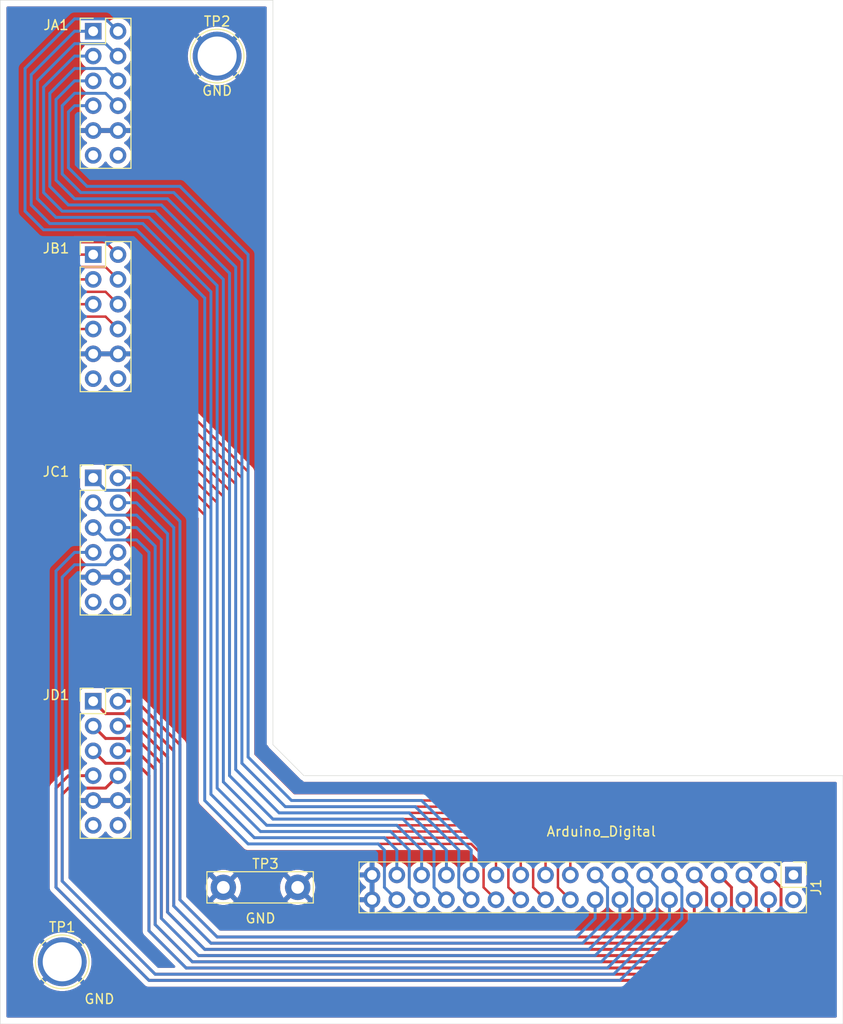
<source format=kicad_pcb>
(kicad_pcb (version 20240108) (generator "pcbnew") (generator_version "8.0")
  (layers (0 "F.Cu" signal) (31 "B.Cu" signal) (34 "B.Paste" user) (35 "F.Paste" user) (36 "B.SilkS" user "B.Silkscreen") (37 "F.SilkS" user "F.Silkscreen") (38 "B.Mask" user) (39 "F.Mask" user) (44 "Edge.Cuts" user))
  (net 0 "")
  (net 1 "GND")
  (net 4 "Net-(J1-Pin_14)")
  (net 5 "Net-(J1-Pin_19)")
  (net 6 "Net-(J1-Pin_6)")
  (net 7 "Net-(J1-Pin_20)")
  (net 9 "Net-(J1-Pin_10)")
  (net 10 "Net-(J1-Pin_3)")
  (net 11 "Net-(J1-Pin_13)")
  (net 12 "Net-(J1-Pin_4)")
  (net 13 "Net-(J1-Pin_5)")
  (net 14 "Net-(J1-Pin_26)")
  (net 15 "Net-(J1-Pin_28)")
  (net 16 "Net-(J1-Pin_30)")
  (net 17 "Net-(J1-Pin_32)")
  (net 18 "Net-(J1-Pin_17)")
  (net 19 "Net-(J1-Pin_9)")
  (net 20 "Net-(J1-Pin_12)")
  (net 21 "Net-(J1-Pin_18)")
  (net 22 "Net-(J1-Pin_25)")
  (net 23 "Net-(J1-Pin_21)")
  (net 24 "Net-(J1-Pin_22)")
  (net 25 "Net-(J1-Pin_15)")
  (net 26 "Net-(J1-Pin_29)")
  (net 27 "Net-(J1-Pin_8)")
  (net 28 "Net-(J1-Pin_33)")
  (net 29 "Net-(J1-Pin_16)")
  (net 30 "Net-(J1-Pin_23)")
  (net 31 "Net-(J1-Pin_11)")
  (net 32 "Net-(J1-Pin_7)")
  (net 33 "Net-(J1-Pin_27)")
  (net 34 "Net-(J1-Pin_24)")
  (net 36 "Net-(J1-Pin_34)")
  (net 37 "Net-(J1-Pin_31)")
  (footprint "TestPoint:TestPoint_Plated_Hole_D4.0mm" (layer "F.Cu") (at 114.3 53.34)
    (property "Reference" "TP2" (at 0 -3.548 0) (layer "F.SilkS"))
    (property "Value" "GND" (at 0 3.55 0) (layer "F.SilkS"))
    (fp_circle (center 0 0) (end 0 2.75) (stroke (width 0.12)) (fill none) (layer "F.SilkS"))
    (pad "1" thru_hole circle (at 0 0) (size 5 5) (drill 4) (layers "*.Cu" "*.Mask") (net 1 "GND"))
  )
  (footprint "Connector_PinHeader_2.54mm:PinHeader_2x06_P2.54mm_Vertical" (layer "F.Cu") (at 101.6 50.8)
    (property "Reference" "JA1" (at -3.81 -0.635 0) (layer "F.SilkS"))
    (property "Value" "A7_JA")
    (fp_line (start -1.33 -1.33) (end 0 -1.33) (stroke (width 0.12)) (layer "F.SilkS"))
    (fp_line (start -1.33 0) (end -1.33 -1.33) (stroke (width 0.12)) (layer "F.SilkS"))
    (fp_line (start -1.33 1.27) (end -1.33 14.03) (stroke (width 0.12)) (layer "F.SilkS"))
    (fp_line (start -1.33 1.27) (end 1.27 1.27) (stroke (width 0.12)) (layer "F.SilkS"))
    (fp_line (start -1.33 14.03) (end 3.87 14.03) (stroke (width 0.12)) (layer "F.SilkS"))
    (fp_line (start 1.27 -1.33) (end 3.87 -1.33) (stroke (width 0.12)) (layer "F.SilkS"))
    (fp_line (start 1.27 1.27) (end 1.27 -1.33) (stroke (width 0.12)) (layer "F.SilkS"))
    (fp_line (start 3.87 -1.33) (end 3.87 14.03) (stroke (width 0.12)) (layer "F.SilkS"))
    (pad "1" thru_hole rect (at 0 0) (size 1.7 1.7) (drill 1) (layers "*.Cu" "*.Mask") (net 28 "Net-(J1-Pin_33)"))
    (pad "2" thru_hole oval (at 2.54 0) (size 1.7 1.7) (drill 1) (layers "*.Cu" "*.Mask") (net 36 "Net-(J1-Pin_34)"))
    (pad "3" thru_hole oval (at 0 2.54) (size 1.7 1.7) (drill 1) (layers "*.Cu" "*.Mask") (net 37 "Net-(J1-Pin_31)"))
    (pad "4" thru_hole oval (at 2.54 2.54) (size 1.7 1.7) (drill 1) (layers "*.Cu" "*.Mask") (net 17 "Net-(J1-Pin_32)"))
    (pad "5" thru_hole oval (at 0 5.08) (size 1.7 1.7) (drill 1) (layers "*.Cu" "*.Mask") (net 26 "Net-(J1-Pin_29)"))
    (pad "6" thru_hole oval (at 2.54 5.08) (size 1.7 1.7) (drill 1) (layers "*.Cu" "*.Mask") (net 16 "Net-(J1-Pin_30)"))
    (pad "7" thru_hole oval (at 0 7.62) (size 1.7 1.7) (drill 1) (layers "*.Cu" "*.Mask") (net 33 "Net-(J1-Pin_27)"))
    (pad "8" thru_hole oval (at 2.54 7.62) (size 1.7 1.7) (drill 1) (layers "*.Cu" "*.Mask") (net 15 "Net-(J1-Pin_28)"))
    (pad "9" thru_hole oval (at 0 10.16) (size 1.7 1.7) (drill 1) (layers "*.Cu" "*.Mask") (net 1 "GND"))
    (pad "10" thru_hole oval (at 2.54 10.16) (size 1.7 1.7) (drill 1) (layers "*.Cu" "*.Mask") (net 1 "GND"))
    (pad "11" thru_hole oval (at 0 12.7) (size 1.7 1.7) (drill 1) (layers "*.Cu" "*.Mask"))
    (pad "12" thru_hole oval (at 2.54 12.7) (size 1.7 1.7) (drill 1) (layers "*.Cu" "*.Mask"))
  )
  (footprint "Connector_PinHeader_2.54mm:PinHeader_2x06_P2.54mm_Vertical" (layer "F.Cu") (at 101.6 96.52)
    (property "Reference" "JC1" (at -3.81 -0.635 0) (layer "F.SilkS"))
    (property "Value" "A7_JC")
    (fp_line (start -1.33 -1.33) (end 0 -1.33) (stroke (width 0.12)) (layer "F.SilkS"))
    (fp_line (start -1.33 0) (end -1.33 -1.33) (stroke (width 0.12)) (layer "F.SilkS"))
    (fp_line (start -1.33 1.27) (end -1.33 14.03) (stroke (width 0.12)) (layer "F.SilkS"))
    (fp_line (start -1.33 1.27) (end 1.27 1.27) (stroke (width 0.12)) (layer "F.SilkS"))
    (fp_line (start -1.33 14.03) (end 3.87 14.03) (stroke (width 0.12)) (layer "F.SilkS"))
    (fp_line (start 1.27 -1.33) (end 3.87 -1.33) (stroke (width 0.12)) (layer "F.SilkS"))
    (fp_line (start 1.27 1.27) (end 1.27 -1.33) (stroke (width 0.12)) (layer "F.SilkS"))
    (fp_line (start 3.87 -1.33) (end 3.87 14.03) (stroke (width 0.12)) (layer "F.SilkS"))
    (pad "1" thru_hole rect (at 0 0) (size 1.7 1.7) (drill 1) (layers "*.Cu" "*.Mask") (net 18 "Net-(J1-Pin_17)"))
    (pad "2" thru_hole oval (at 2.54 0) (size 1.7 1.7) (drill 1) (layers "*.Cu" "*.Mask") (net 21 "Net-(J1-Pin_18)"))
    (pad "3" thru_hole oval (at 0 2.54) (size 1.7 1.7) (drill 1) (layers "*.Cu" "*.Mask") (net 25 "Net-(J1-Pin_15)"))
    (pad "4" thru_hole oval (at 2.54 2.54) (size 1.7 1.7) (drill 1) (layers "*.Cu" "*.Mask") (net 29 "Net-(J1-Pin_16)"))
    (pad "5" thru_hole oval (at 0 5.08) (size 1.7 1.7) (drill 1) (layers "*.Cu" "*.Mask") (net 11 "Net-(J1-Pin_13)"))
    (pad "6" thru_hole oval (at 2.54 5.08) (size 1.7 1.7) (drill 1) (layers "*.Cu" "*.Mask") (net 4 "Net-(J1-Pin_14)"))
    (pad "7" thru_hole oval (at 0 7.62) (size 1.7 1.7) (drill 1) (layers "*.Cu" "*.Mask") (net 31 "Net-(J1-Pin_11)"))
    (pad "8" thru_hole oval (at 2.54 7.62) (size 1.7 1.7) (drill 1) (layers "*.Cu" "*.Mask") (net 20 "Net-(J1-Pin_12)"))
    (pad "9" thru_hole oval (at 0 10.16) (size 1.7 1.7) (drill 1) (layers "*.Cu" "*.Mask") (net 1 "GND"))
    (pad "10" thru_hole oval (at 2.54 10.16) (size 1.7 1.7) (drill 1) (layers "*.Cu" "*.Mask") (net 1 "GND"))
    (pad "11" thru_hole oval (at 0 12.7) (size 1.7 1.7) (drill 1) (layers "*.Cu" "*.Mask"))
    (pad "12" thru_hole oval (at 2.54 12.7) (size 1.7 1.7) (drill 1) (layers "*.Cu" "*.Mask"))
  )
  (footprint "Connector_PinHeader_2.54mm:PinHeader_2x06_P2.54mm_Vertical" (layer "F.Cu") (at 101.6 73.66)
    (property "Reference" "JB1" (at -3.81 -0.635 0) (layer "F.SilkS"))
    (property "Value" "A7_JB")
    (fp_line (start -1.33 -1.33) (end 0 -1.33) (stroke (width 0.12)) (layer "F.SilkS"))
    (fp_line (start -1.33 0) (end -1.33 -1.33) (stroke (width 0.12)) (layer "F.SilkS"))
    (fp_line (start -1.33 1.27) (end -1.33 14.03) (stroke (width 0.12)) (layer "F.SilkS"))
    (fp_line (start -1.33 1.27) (end 1.27 1.27) (stroke (width 0.12)) (layer "F.SilkS"))
    (fp_line (start -1.33 14.03) (end 3.87 14.03) (stroke (width 0.12)) (layer "F.SilkS"))
    (fp_line (start 1.27 -1.33) (end 3.87 -1.33) (stroke (width 0.12)) (layer "F.SilkS"))
    (fp_line (start 1.27 1.27) (end 1.27 -1.33) (stroke (width 0.12)) (layer "F.SilkS"))
    (fp_line (start 3.87 -1.33) (end 3.87 14.03) (stroke (width 0.12)) (layer "F.SilkS"))
    (pad "1" thru_hole rect (at 0 0) (size 1.7 1.7) (drill 1) (layers "*.Cu" "*.Mask") (net 22 "Net-(J1-Pin_25)"))
    (pad "2" thru_hole oval (at 2.54 0) (size 1.7 1.7) (drill 1) (layers "*.Cu" "*.Mask") (net 14 "Net-(J1-Pin_26)"))
    (pad "3" thru_hole oval (at 0 2.54) (size 1.7 1.7) (drill 1) (layers "*.Cu" "*.Mask") (net 30 "Net-(J1-Pin_23)"))
    (pad "4" thru_hole oval (at 2.54 2.54) (size 1.7 1.7) (drill 1) (layers "*.Cu" "*.Mask") (net 34 "Net-(J1-Pin_24)"))
    (pad "5" thru_hole oval (at 0 5.08) (size 1.7 1.7) (drill 1) (layers "*.Cu" "*.Mask") (net 23 "Net-(J1-Pin_21)"))
    (pad "6" thru_hole oval (at 2.54 5.08) (size 1.7 1.7) (drill 1) (layers "*.Cu" "*.Mask") (net 24 "Net-(J1-Pin_22)"))
    (pad "7" thru_hole oval (at 0 7.62) (size 1.7 1.7) (drill 1) (layers "*.Cu" "*.Mask") (net 5 "Net-(J1-Pin_19)"))
    (pad "8" thru_hole oval (at 2.54 7.62) (size 1.7 1.7) (drill 1) (layers "*.Cu" "*.Mask") (net 7 "Net-(J1-Pin_20)"))
    (pad "9" thru_hole oval (at 0 10.16) (size 1.7 1.7) (drill 1) (layers "*.Cu" "*.Mask") (net 1 "GND"))
    (pad "10" thru_hole oval (at 2.54 10.16) (size 1.7 1.7) (drill 1) (layers "*.Cu" "*.Mask") (net 1 "GND"))
    (pad "11" thru_hole oval (at 0 12.7) (size 1.7 1.7) (drill 1) (layers "*.Cu" "*.Mask"))
    (pad "12" thru_hole oval (at 2.54 12.7) (size 1.7 1.7) (drill 1) (layers "*.Cu" "*.Mask"))
  )
  (footprint "TestPoint:TestPoint_Plated_Hole_D4.0mm" (layer "F.Cu") (at 98.425 146.05)
    (property "Reference" "TP1" (at 0 -3.548 0) (layer "F.SilkS"))
    (property "Value" "GND" (at 3.81 3.81 0) (layer "F.SilkS"))
    (fp_circle (center 0 0) (end 0 2.75) (stroke (width 0.12)) (fill none) (layer "F.SilkS"))
    (pad "1" thru_hole circle (at 0 0) (size 5 5) (drill 4) (layers "*.Cu" "*.Mask") (net 1 "GND"))
  )
  (footprint "TestPoint:TestPoint_Bridge_Pitch7.62mm_Drill1.3mm" (layer "F.Cu") (at 122.555 138.43 180)
    (property "Reference" "TP3" (at 3.3 2.4 180) (layer "F.SilkS"))
    (property "Value" "GND" (at 3.81 -3.175 180) (layer "F.SilkS"))
    (fp_line (start 9.3 1.6) (end -1.6 1.6) (stroke (width 0.12)) (layer "F.SilkS"))
    (fp_line (start 9.3 -1.6) (end 9.3 1.6) (stroke (width 0.12)) (layer "F.SilkS"))
    (fp_line (start -1.6 1.6) (end -1.6 -1.6) (stroke (width 0.12)) (layer "F.SilkS"))
    (fp_line (start -1.6 -1.6) (end 9.3 -1.6) (stroke (width 0.12)) (layer "F.SilkS"))
    (pad "1" thru_hole circle (at 0 0 180) (size 2.6 2.6) (drill 1.3) (layers "*.Cu" "*.Mask") (net 1 "GND"))
    (pad "1" thru_hole circle (at 7.62 0 180) (size 2.6 2.6) (drill 1.3) (layers "*.Cu" "*.Mask") (net 1 "GND"))
  )
  (footprint "Connector_PinHeader_2.54mm:PinHeader_2x06_P2.54mm_Vertical" (layer "F.Cu") (at 101.6 119.38)
    (property "Reference" "JD1" (at -3.81 -0.635 0) (layer "F.SilkS"))
    (property "Value" "A7_JD")
    (fp_line (start -1.33 -1.33) (end 0 -1.33) (stroke (width 0.12)) (layer "F.SilkS"))
    (fp_line (start -1.33 0) (end -1.33 -1.33) (stroke (width 0.12)) (layer "F.SilkS"))
    (fp_line (start -1.33 1.27) (end -1.33 14.03) (stroke (width 0.12)) (layer "F.SilkS"))
    (fp_line (start -1.33 1.27) (end 1.27 1.27) (stroke (width 0.12)) (layer "F.SilkS"))
    (fp_line (start -1.33 14.03) (end 3.87 14.03) (stroke (width 0.12)) (layer "F.SilkS"))
    (fp_line (start 1.27 -1.33) (end 3.87 -1.33) (stroke (width 0.12)) (layer "F.SilkS"))
    (fp_line (start 1.27 1.27) (end 1.27 -1.33) (stroke (width 0.12)) (layer "F.SilkS"))
    (fp_line (start 3.87 -1.33) (end 3.87 14.03) (stroke (width 0.12)) (layer "F.SilkS"))
    (pad "1" thru_hole rect (at 0 0) (size 1.7 1.7) (drill 1) (layers "*.Cu" "*.Mask") (net 19 "Net-(J1-Pin_9)"))
    (pad "2" thru_hole oval (at 2.54 0) (size 1.7 1.7) (drill 1) (layers "*.Cu" "*.Mask") (net 9 "Net-(J1-Pin_10)"))
    (pad "3" thru_hole oval (at 0 2.54) (size 1.7 1.7) (drill 1) (layers "*.Cu" "*.Mask") (net 32 "Net-(J1-Pin_7)"))
    (pad "4" thru_hole oval (at 2.54 2.54) (size 1.7 1.7) (drill 1) (layers "*.Cu" "*.Mask") (net 27 "Net-(J1-Pin_8)"))
    (pad "5" thru_hole oval (at 0 5.08) (size 1.7 1.7) (drill 1) (layers "*.Cu" "*.Mask") (net 13 "Net-(J1-Pin_5)"))
    (pad "6" thru_hole oval (at 2.54 5.08) (size 1.7 1.7) (drill 1) (layers "*.Cu" "*.Mask") (net 6 "Net-(J1-Pin_6)"))
    (pad "7" thru_hole oval (at 0 7.62) (size 1.7 1.7) (drill 1) (layers "*.Cu" "*.Mask") (net 10 "Net-(J1-Pin_3)"))
    (pad "8" thru_hole oval (at 2.54 7.62) (size 1.7 1.7) (drill 1) (layers "*.Cu" "*.Mask") (net 12 "Net-(J1-Pin_4)"))
    (pad "9" thru_hole oval (at 0 10.16) (size 1.7 1.7) (drill 1) (layers "*.Cu" "*.Mask") (net 1 "GND"))
    (pad "10" thru_hole oval (at 2.54 10.16) (size 1.7 1.7) (drill 1) (layers "*.Cu" "*.Mask") (net 1 "GND"))
    (pad "11" thru_hole oval (at 0 12.7) (size 1.7 1.7) (drill 1) (layers "*.Cu" "*.Mask"))
    (pad "12" thru_hole oval (at 2.54 12.7) (size 1.7 1.7) (drill 1) (layers "*.Cu" "*.Mask"))
  )
  (footprint "Connector_PinHeader_2.54mm:PinHeader_2x18_P2.54mm_Vertical" (layer "F.Cu") (at 173.355 137.16 -90)
    (property "Reference" "J1" (at 1.27 -2.33 90) (layer "F.SilkS"))
    (property "Value" "Arduino_Digital" (at -4.445 19.685 180) (layer "F.SilkS"))
    (fp_line (start -1.33 44.51) (end 3.87 44.51) (stroke (width 0.12)) (layer "F.SilkS"))
    (fp_line (start -1.33 1.27) (end -1.33 44.51) (stroke (width 0.12)) (layer "F.SilkS"))
    (fp_line (start -1.33 1.27) (end 1.27 1.27) (stroke (width 0.12)) (layer "F.SilkS"))
    (fp_line (start 1.27 1.27) (end 1.27 -1.33) (stroke (width 0.12)) (layer "F.SilkS"))
    (fp_line (start -1.33 0) (end -1.33 -1.33) (stroke (width 0.12)) (layer "F.SilkS"))
    (fp_line (start -1.33 -1.33) (end 0 -1.33) (stroke (width 0.12)) (layer "F.SilkS"))
    (fp_line (start 1.27 -1.33) (end 3.87 -1.33) (stroke (width 0.12)) (layer "F.SilkS"))
    (fp_line (start 3.87 -1.33) (end 3.87 44.51) (stroke (width 0.12)) (layer "F.SilkS"))
    (pad "1" thru_hole rect (at 0 0 270) (size 1.7 1.7) (drill 1) (layers "*.Cu" "*.Mask"))
    (pad "2" thru_hole oval (at 2.54 0 270) (size 1.7 1.7) (drill 1) (layers "*.Cu" "*.Mask"))
    (pad "3" thru_hole oval (at 0 2.54 270) (size 1.7 1.7) (drill 1) (layers "*.Cu" "*.Mask") (net 10 "Net-(J1-Pin_3)"))
    (pad "4" thru_hole oval (at 2.54 2.54 270) (size 1.7 1.7) (drill 1) (layers "*.Cu" "*.Mask") (net 12 "Net-(J1-Pin_4)"))
    (pad "5" thru_hole oval (at 0 5.08 270) (size 1.7 1.7) (drill 1) (layers "*.Cu" "*.Mask") (net 13 "Net-(J1-Pin_5)"))
    (pad "6" thru_hole oval (at 2.54 5.08 270) (size 1.7 1.7) (drill 1) (layers "*.Cu" "*.Mask") (net 6 "Net-(J1-Pin_6)"))
    (pad "7" thru_hole oval (at 0 7.62 270) (size 1.7 1.7) (drill 1) (layers "*.Cu" "*.Mask") (net 32 "Net-(J1-Pin_7)"))
    (pad "8" thru_hole oval (at 2.54 7.62 270) (size 1.7 1.7) (drill 1) (layers "*.Cu" "*.Mask") (net 27 "Net-(J1-Pin_8)"))
    (pad "9" thru_hole oval (at 0 10.16 270) (size 1.7 1.7) (drill 1) (layers "*.Cu" "*.Mask") (net 19 "Net-(J1-Pin_9)"))
    (pad "10" thru_hole oval (at 2.54 10.16 270) (size 1.7 1.7) (drill 1) (layers "*.Cu" "*.Mask") (net 9 "Net-(J1-Pin_10)"))
    (pad "11" thru_hole oval (at 0 12.7 270) (size 1.7 1.7) (drill 1) (layers "*.Cu" "*.Mask") (net 31 "Net-(J1-Pin_11)"))
    (pad "12" thru_hole oval (at 2.54 12.7 270) (size 1.7 1.7) (drill 1) (layers "*.Cu" "*.Mask") (net 20 "Net-(J1-Pin_12)"))
    (pad "13" thru_hole oval (at 0 15.24 270) (size 1.7 1.7) (drill 1) (layers "*.Cu" "*.Mask") (net 11 "Net-(J1-Pin_13)"))
    (pad "14" thru_hole oval (at 2.54 15.24 270) (size 1.7 1.7) (drill 1) (layers "*.Cu" "*.Mask") (net 4 "Net-(J1-Pin_14)"))
    (pad "15" thru_hole oval (at 0 17.78 270) (size 1.7 1.7) (drill 1) (layers "*.Cu" "*.Mask") (net 25 "Net-(J1-Pin_15)"))
    (pad "16" thru_hole oval (at 2.54 17.78 270) (size 1.7 1.7) (drill 1) (layers "*.Cu" "*.Mask") (net 29 "Net-(J1-Pin_16)"))
    (pad "17" thru_hole oval (at 0 20.32 270) (size 1.7 1.7) (drill 1) (layers "*.Cu" "*.Mask") (net 18 "Net-(J1-Pin_17)"))
    (pad "18" thru_hole oval (at 2.54 20.32 270) (size 1.7 1.7) (drill 1) (layers "*.Cu" "*.Mask") (net 21 "Net-(J1-Pin_18)"))
    (pad "19" thru_hole oval (at 0 22.86 270) (size 1.7 1.7) (drill 1) (layers "*.Cu" "*.Mask") (net 5 "Net-(J1-Pin_19)"))
    (pad "20" thru_hole oval (at 2.54 22.86 270) (size 1.7 1.7) (drill 1) (layers "*.Cu" "*.Mask") (net 7 "Net-(J1-Pin_20)"))
    (pad "21" thru_hole oval (at 0 25.4 270) (size 1.7 1.7) (drill 1) (layers "*.Cu" "*.Mask") (net 23 "Net-(J1-Pin_21)"))
    (pad "22" thru_hole oval (at 2.54 25.4 270) (size 1.7 1.7) (drill 1) (layers "*.Cu" "*.Mask") (net 24 "Net-(J1-Pin_22)"))
    (pad "23" thru_hole oval (at 0 27.94 270) (size 1.7 1.7) (drill 1) (layers "*.Cu" "*.Mask") (net 30 "Net-(J1-Pin_23)"))
    (pad "24" thru_hole oval (at 2.54 27.94 270) (size 1.7 1.7) (drill 1) (layers "*.Cu" "*.Mask") (net 34 "Net-(J1-Pin_24)"))
    (pad "25" thru_hole oval (at 0 30.48 270) (size 1.7 1.7) (drill 1) (layers "*.Cu" "*.Mask") (net 22 "Net-(J1-Pin_25)"))
    (pad "26" thru_hole oval (at 2.54 30.48 270) (size 1.7 1.7) (drill 1) (layers "*.Cu" "*.Mask") (net 14 "Net-(J1-Pin_26)"))
    (pad "27" thru_hole oval (at 0 33.02 270) (size 1.7 1.7) (drill 1) (layers "*.Cu" "*.Mask") (net 33 "Net-(J1-Pin_27)"))
    (pad "28" thru_hole oval (at 2.54 33.02 270) (size 1.7 1.7) (drill 1) (layers "*.Cu" "*.Mask") (net 15 "Net-(J1-Pin_28)"))
    (pad "29" thru_hole oval (at 0 35.56 270) (size 1.7 1.7) (drill 1) (layers "*.Cu" "*.Mask") (net 26 "Net-(J1-Pin_29)"))
    (pad "30" thru_hole oval (at 2.54 35.56 270) (size 1.7 1.7) (drill 1) (layers "*.Cu" "*.Mask") (net 16 "Net-(J1-Pin_30)"))
    (pad "31" thru_hole oval (at 0 38.1 270) (size 1.7 1.7) (drill 1) (layers "*.Cu" "*.Mask") (net 37 "Net-(J1-Pin_31)"))
    (pad "32" thru_hole oval (at 2.54 38.1 270) (size 1.7 1.7) (drill 1) (layers "*.Cu" "*.Mask") (net 17 "Net-(J1-Pin_32)"))
    (pad "33" thru_hole oval (at 0 40.64 270) (size 1.7 1.7) (drill 1) (layers "*.Cu" "*.Mask") (net 28 "Net-(J1-Pin_33)"))
    (pad "34" thru_hole oval (at 2.54 40.64 270) (size 1.7 1.7) (drill 1) (layers "*.Cu" "*.Mask") (net 36 "Net-(J1-Pin_34)"))
    (pad "35" thru_hole oval (at 0 43.18 270) (size 1.7 1.7) (drill 1) (layers "*.Cu" "*.Mask") (net 1 "GND"))
    (pad "36" thru_hole oval (at 2.54 43.18 270) (size 1.7 1.7) (drill 1) (layers "*.Cu" "*.Mask") (net 1 "GND"))
  )
  (gr_line (start 92.075 47.625) (end 92.075 152.4) (stroke (width 0.05)) (layer "Edge.Cuts"))
  (gr_line (start 178.435 152.4) (end 178.435 127) (stroke (width 0.05)) (layer "Edge.Cuts"))
  (gr_line (start 123.19 127) (end 120.015 123.825) (stroke (width 0.05)) (layer "Edge.Cuts"))
  (gr_line (start 120.015 123.825) (end 120.015 47.625) (stroke (width 0.05)) (layer "Edge.Cuts"))
  (gr_line (start 92.075 152.4) (end 178.435 152.4) (stroke (width 0.05)) (layer "Edge.Cuts"))
  (gr_line (start 120.015 47.625) (end 92.075 47.625) (stroke (width 0.05)) (layer "Edge.Cuts"))
  (gr_line (start 178.435 127) (end 123.19 127) (stroke (width 0.05)) (layer "Edge.Cuts"))
  (segment (start 158.115 139.7) (end 158.115 141.605) (width 0.3) (layer "B.Cu") (net 4))
  (segment (start 153.67 146.05) (end 111.76 146.05) (width 0.3) (layer "B.Cu") (net 4))
  (segment (start 111.76 146.05) (end 107.95 142.24) (width 0.3) (layer "B.Cu") (net 4))
  (segment (start 107.95 103.505) (end 106.045 101.6) (width 0.3) (layer "B.Cu") (net 4))
  (segment (start 158.115 141.605) (end 153.67 146.05) (width 0.3) (layer "B.Cu") (net 4))
  (segment (start 107.95 142.24) (end 107.95 103.505) (width 0.3) (layer "B.Cu") (net 4))
  (segment (start 106.045 101.6) (end 104.14 101.6) (width 0.3) (layer "B.Cu") (net 4))
  (segment (start 99.06 81.915) (end 99.06 86.995) (width 0.25) (layer "F.Cu") (net 5))
  (segment (start 101.6 89.535) (end 111.125 89.535) (width 0.25) (layer "F.Cu") (net 5))
  (segment (start 117.475 95.885) (end 117.475 125.095) (width 0.25) (layer "F.Cu") (net 5))
  (segment (start 101.6 81.28) (end 99.695 81.28) (width 0.25) (layer "F.Cu") (net 5))
  (segment (start 99.695 81.28) (end 99.06 81.915) (width 0.25) (layer "F.Cu") (net 5))
  (segment (start 121.92 129.54) (end 144.78 129.54) (width 0.25) (layer "F.Cu") (net 5))
  (segment (start 111.125 89.535) (end 117.475 95.885) (width 0.25) (layer "F.Cu") (net 5))
  (segment (start 117.475 125.095) (end 121.92 129.54) (width 0.25) (layer "F.Cu") (net 5))
  (segment (start 144.78 129.54) (end 150.495 135.255) (width 0.25) (layer "F.Cu") (net 5))
  (segment (start 150.495 135.255) (end 150.495 137.16) (width 0.25) (layer "F.Cu") (net 5))
  (segment (start 99.06 86.995) (end 101.6 89.535) (width 0.25) (layer "F.Cu") (net 5))
  (segment (start 164.465 146.05) (end 111.76 146.05) (width 0.3) (layer "F.Cu") (net 6))
  (segment (start 111.76 146.05) (end 107.95 142.24) (width 0.3) (layer "F.Cu") (net 6))
  (segment (start 106.045 124.46) (end 104.14 124.46) (width 0.3) (layer "F.Cu") (net 6))
  (segment (start 168.275 139.7) (end 168.275 142.24) (width 0.3) (layer "F.Cu") (net 6))
  (segment (start 107.95 126.365) (end 106.045 124.46) (width 0.3) (layer "F.Cu") (net 6))
  (segment (start 168.275 142.24) (end 164.465 146.05) (width 0.3) (layer "F.Cu") (net 6))
  (segment (start 107.95 142.24) (end 107.95 126.365) (width 0.3) (layer "F.Cu") (net 6))
  (segment (start 110.49 90.17) (end 116.84 96.52) (width 0.25) (layer "F.Cu") (net 7))
  (segment (start 149.225 135.255) (end 149.225 138.43) (width 0.25) (layer "F.Cu") (net 7))
  (segment (start 98.425 81.28) (end 98.425 87.63) (width 0.25) (layer "F.Cu") (net 7))
  (segment (start 121.285 130.175) (end 144.145 130.175) (width 0.25) (layer "F.Cu") (net 7))
  (segment (start 149.225 138.43) (end 150.495 139.7) (width 0.25) (layer "F.Cu") (net 7))
  (segment (start 104.14 81.28) (end 102.87 80.01) (width 0.25) (layer "F.Cu") (net 7))
  (segment (start 102.87 80.01) (end 99.695 80.01) (width 0.25) (layer "F.Cu") (net 7))
  (segment (start 98.425 87.63) (end 100.965 90.17) (width 0.25) (layer "F.Cu") (net 7))
  (segment (start 116.84 96.52) (end 116.84 125.73) (width 0.25) (layer "F.Cu") (net 7))
  (segment (start 100.965 90.17) (end 110.49 90.17) (width 0.25) (layer "F.Cu") (net 7))
  (segment (start 116.84 125.73) (end 121.285 130.175) (width 0.25) (layer "F.Cu") (net 7))
  (segment (start 99.695 80.01) (end 98.425 81.28) (width 0.25) (layer "F.Cu") (net 7))
  (segment (start 144.145 130.175) (end 149.225 135.255) (width 0.25) (layer "F.Cu") (net 7))
  (segment (start 163.195 139.7) (end 163.195 142.24) (width 0.3) (layer "F.Cu") (net 9))
  (segment (start 163.195 142.24) (end 161.925 143.51) (width 0.3) (layer "F.Cu") (net 9))
  (segment (start 110.49 139.7) (end 110.49 123.825) (width 0.3) (layer "F.Cu") (net 9))
  (segment (start 110.49 123.825) (end 106.045 119.38) (width 0.3) (layer "F.Cu") (net 9))
  (segment (start 106.045 119.38) (end 104.14 119.38) (width 0.3) (layer "F.Cu") (net 9))
  (segment (start 161.925 143.51) (end 114.3 143.51) (width 0.3) (layer "F.Cu") (net 9))
  (segment (start 114.3 143.51) (end 110.49 139.7) (width 0.3) (layer "F.Cu") (net 9))
  (segment (start 172.085 138.43) (end 170.815 137.16) (width 0.3) (layer "F.Cu") (net 10))
  (segment (start 101.6 127) (end 99.06 127) (width 0.3) (layer "F.Cu") (net 10))
  (segment (start 172.085 142.24) (end 172.085 138.43) (width 0.3) (layer "F.Cu") (net 10))
  (segment (start 97.79 138.43) (end 107.315 147.955) (width 0.3) (layer "F.Cu") (net 10))
  (segment (start 166.37 147.955) (end 172.085 142.24) (width 0.3) (layer "F.Cu") (net 10))
  (segment (start 107.315 147.955) (end 166.37 147.955) (width 0.3) (layer "F.Cu") (net 10))
  (segment (start 99.06 127) (end 97.79 128.27) (width 0.3) (layer "F.Cu") (net 10))
  (segment (start 97.79 128.27) (end 97.79 138.43) (width 0.3) (layer "F.Cu") (net 10))
  (segment (start 159.385 141.605) (end 154.305 146.685) (width 0.3) (layer "B.Cu") (net 11))
  (segment (start 102.87 102.87) (end 101.6 101.6) (width 0.3) (layer "B.Cu") (net 11))
  (segment (start 107.315 104.14) (end 106.045 102.87) (width 0.3) (layer "B.Cu") (net 11))
  (segment (start 158.115 137.16) (end 159.385 138.43) (width 0.3) (layer "B.Cu") (net 11))
  (segment (start 107.315 142.875) (end 107.315 104.14) (width 0.3) (layer "B.Cu") (net 11))
  (segment (start 106.045 102.87) (end 102.87 102.87) (width 0.3) (layer "B.Cu") (net 11))
  (segment (start 111.125 146.685) (end 107.315 142.875) (width 0.3) (layer "B.Cu") (net 11))
  (segment (start 154.305 146.685) (end 111.125 146.685) (width 0.3) (layer "B.Cu") (net 11))
  (segment (start 159.385 138.43) (end 159.385 141.605) (width 0.3) (layer "B.Cu") (net 11))
  (segment (start 98.425 128.905) (end 98.425 137.795) (width 0.3) (layer "F.Cu") (net 12))
  (segment (start 165.735 147.32) (end 170.815 142.24) (width 0.3) (layer "F.Cu") (net 12))
  (segment (start 104.14 127) (end 102.87 128.27) (width 0.3) (layer "F.Cu") (net 12))
  (segment (start 107.95 147.32) (end 165.735 147.32) (width 0.3) (layer "F.Cu") (net 12))
  (segment (start 99.06 128.27) (end 98.425 128.905) (width 0.3) (layer "F.Cu") (net 12))
  (segment (start 102.87 128.27) (end 99.06 128.27) (width 0.3) (layer "F.Cu") (net 12))
  (segment (start 98.425 137.795) (end 107.95 147.32) (width 0.3) (layer "F.Cu") (net 12))
  (segment (start 170.815 142.24) (end 170.815 139.7) (width 0.3) (layer "F.Cu") (net 12))
  (segment (start 102.87 125.73) (end 101.6 124.46) (width 0.3) (layer "F.Cu") (net 13))
  (segment (start 107.315 142.875) (end 107.315 127) (width 0.3) (layer "F.Cu") (net 13))
  (segment (start 165.1 146.685) (end 111.125 146.685) (width 0.3) (layer "F.Cu") (net 13))
  (segment (start 168.275 137.16) (end 169.545 138.43) (width 0.3) (layer "F.Cu") (net 13))
  (segment (start 169.545 142.24) (end 165.1 146.685) (width 0.3) (layer "F.Cu") (net 13))
  (segment (start 169.545 138.43) (end 169.545 142.24) (width 0.3) (layer "F.Cu") (net 13))
  (segment (start 106.045 125.73) (end 102.87 125.73) (width 0.3) (layer "F.Cu") (net 13))
  (segment (start 111.125 146.685) (end 107.315 142.875) (width 0.3) (layer "F.Cu") (net 13))
  (segment (start 107.315 127) (end 106.045 125.73) (width 0.3) (layer "F.Cu") (net 13))
  (segment (start 102.87 72.39) (end 99.695 72.39) (width 0.25) (layer "F.Cu") (net 14))
  (segment (start 113.03 100.33) (end 113.03 129.54) (width 0.25) (layer "F.Cu") (net 14))
  (segment (start 94.615 77.47) (end 94.615 91.44) (width 0.25) (layer "F.Cu") (net 14))
  (segment (start 99.695 72.39) (end 94.615 77.47) (width 0.25) (layer "F.Cu") (net 14))
  (segment (start 106.68 93.98) (end 113.03 100.33) (width 0.25) (layer "F.Cu") (net 14))
  (segment (start 94.615 91.44) (end 97.155 93.98) (width 0.25) (layer "F.Cu") (net 14))
  (segment (start 117.475 133.985) (end 140.335 133.985) (width 0.25) (layer "F.Cu") (net 14))
  (segment (start 141.605 138.43) (end 142.875 139.7) (width 0.25) (layer "F.Cu") (net 14))
  (segment (start 141.605 135.255) (end 141.605 138.43) (width 0.25) (layer "F.Cu") (net 14))
  (segment (start 97.155 93.98) (end 106.68 93.98) (width 0.25) (layer "F.Cu") (net 14))
  (segment (start 140.335 133.985) (end 141.605 135.255) (width 0.25) (layer "F.Cu") (net 14))
  (segment (start 104.14 73.66) (end 102.87 72.39) (width 0.25) (layer "F.Cu") (net 14))
  (segment (start 113.03 129.54) (end 117.475 133.985) (width 0.25) (layer "F.Cu") (net 14))
  (segment (start 121.285 130.175) (end 134.62 130.175) (width 0.3) (layer "B.Cu") (net 15))
  (segment (start 100.33 67.31) (end 109.855 67.31) (width 0.3) (layer "B.Cu") (net 15))
  (segment (start 139.065 134.62) (end 139.065 138.43) (width 0.3) (layer "B.Cu") (net 15))
  (segment (start 98.425 58.42) (end 98.425 65.405) (width 0.3) (layer "B.Cu") (net 15))
  (segment (start 102.87 57.15) (end 99.695 57.15) (width 0.3) (layer "B.Cu") (net 15))
  (segment (start 104.14 58.42) (end 102.87 57.15) (width 0.3) (layer "B.Cu") (net 15))
  (segment (start 139.065 138.43) (end 140.335 139.7) (width 0.3) (layer "B.Cu") (net 15))
  (segment (start 98.425 65.405) (end 100.33 67.31) (width 0.3) (layer "B.Cu") (net 15))
  (segment (start 99.695 57.15) (end 98.425 58.42) (width 0.3) (layer "B.Cu") (net 15))
  (segment (start 134.62 130.175) (end 139.065 134.62) (width 0.3) (layer "B.Cu") (net 15))
  (segment (start 116.84 74.295) (end 116.84 125.73) (width 0.3) (layer "B.Cu") (net 15))
  (segment (start 116.84 125.73) (end 121.285 130.175) (width 0.3) (layer "B.Cu") (net 15))
  (segment (start 109.855 67.31) (end 116.84 74.295) (width 0.3) (layer "B.Cu") (net 15))
  (segment (start 108.585 68.58) (end 115.57 75.565) (width 0.3) (layer "B.Cu") (net 16))
  (segment (start 115.57 127) (end 120.015 131.445) (width 0.3) (layer "B.Cu") (net 16))
  (segment (start 102.87 54.61) (end 99.695 54.61) (width 0.3) (layer "B.Cu") (net 16))
  (segment (start 120.015 131.445) (end 133.35 131.445) (width 0.3) (layer "B.Cu") (net 16))
  (segment (start 99.06 68.58) (end 108.585 68.58) (width 0.3) (layer "B.Cu") (net 16))
  (segment (start 136.525 138.43) (end 137.795 139.7) (width 0.3) (layer "B.Cu") (net 16))
  (segment (start 133.35 131.445) (end 136.525 134.62) (width 0.3) (layer "B.Cu") (net 16))
  (segment (start 136.525 134.62) (end 136.525 138.43) (width 0.3) (layer "B.Cu") (net 16))
  (segment (start 97.155 66.675) (end 99.06 68.58) (width 0.3) (layer "B.Cu") (net 16))
  (segment (start 104.14 55.88) (end 102.87 54.61) (width 0.3) (layer "B.Cu") (net 16))
  (segment (start 115.57 75.565) (end 115.57 127) (width 0.3) (layer "B.Cu") (net 16))
  (segment (start 99.695 54.61) (end 97.155 57.15) (width 0.3) (layer "B.Cu") (net 16))
  (segment (start 97.155 57.15) (end 97.155 66.675) (width 0.3) (layer "B.Cu") (net 16))
  (segment (start 114.3 128.27) (end 118.745 132.715) (width 0.3) (layer "B.Cu") (net 17))
  (segment (start 114.3 76.835) (end 114.3 128.27) (width 0.3) (layer "B.Cu") (net 17))
  (segment (start 99.695 52.07) (end 95.885 55.88) (width 0.3) (layer "B.Cu") (net 17))
  (segment (start 95.885 67.945) (end 97.79 69.85) (width 0.3) (layer "B.Cu") (net 17))
  (segment (start 133.985 134.62) (end 133.985 138.43) (width 0.3) (layer "B.Cu") (net 17))
  (segment (start 97.79 69.85) (end 107.315 69.85) (width 0.3) (layer "B.Cu") (net 17))
  (segment (start 95.885 55.88) (end 95.885 67.945) (width 0.3) (layer "B.Cu") (net 17))
  (segment (start 118.745 132.715) (end 132.08 132.715) (width 0.3) (layer "B.Cu") (net 17))
  (segment (start 107.315 69.85) (end 114.3 76.835) (width 0.3) (layer "B.Cu") (net 17))
  (segment (start 102.87 52.07) (end 99.695 52.07) (width 0.3) (layer "B.Cu") (net 17))
  (segment (start 133.985 138.43) (end 135.255 139.7) (width 0.3) (layer "B.Cu") (net 17))
  (segment (start 132.08 132.715) (end 133.985 134.62) (width 0.3) (layer "B.Cu") (net 17))
  (segment (start 104.14 53.34) (end 102.87 52.07) (width 0.3) (layer "B.Cu") (net 17))
  (segment (start 153.035 137.16) (end 154.305 138.43) (width 0.3) (layer "B.Cu") (net 18))
  (segment (start 154.305 141.605) (end 151.765 144.145) (width 0.3) (layer "B.Cu") (net 18))
  (segment (start 102.87 97.79) (end 101.6 96.52) (width 0.3) (layer "B.Cu") (net 18))
  (segment (start 151.765 144.145) (end 113.665 144.145) (width 0.3) (layer "B.Cu") (net 18))
  (segment (start 106.045 97.79) (end 102.87 97.79) (width 0.3) (layer "B.Cu") (net 18))
  (segment (start 154.305 138.43) (end 154.305 141.605) (width 0.3) (layer "B.Cu") (net 18))
  (segment (start 109.855 101.6) (end 106.045 97.79) (width 0.3) (layer "B.Cu") (net 18))
  (segment (start 109.855 140.335) (end 109.855 101.6) (width 0.3) (layer "B.Cu") (net 18))
  (segment (start 113.665 144.145) (end 109.855 140.335) (width 0.3) (layer "B.Cu") (net 18))
  (segment (start 163.195 137.16) (end 164.465 138.43) (width 0.3) (layer "F.Cu") (net 19))
  (segment (start 113.665 144.145) (end 109.855 140.335) (width 0.3) (layer "F.Cu") (net 19))
  (segment (start 164.465 138.43) (end 164.465 142.24) (width 0.3) (layer "F.Cu") (net 19))
  (segment (start 109.855 124.46) (end 106.045 120.65) (width 0.3) (layer "F.Cu") (net 19))
  (segment (start 106.045 120.65) (end 102.87 120.65) (width 0.3) (layer "F.Cu") (net 19))
  (segment (start 162.56 144.145) (end 113.665 144.145) (width 0.3) (layer "F.Cu") (net 19))
  (segment (start 164.465 142.24) (end 162.56 144.145) (width 0.3) (layer "F.Cu") (net 19))
  (segment (start 102.87 120.65) (end 101.6 119.38) (width 0.3) (layer "F.Cu") (net 19))
  (segment (start 109.855 140.335) (end 109.855 124.46) (width 0.3) (layer "F.Cu") (net 19))
  (segment (start 160.655 141.605) (end 160.655 139.7) (width 0.3) (layer "B.Cu") (net 20))
  (segment (start 104.14 104.14) (end 102.87 105.41) (width 0.3) (layer "B.Cu") (net 20))
  (segment (start 107.95 147.32) (end 154.94 147.32) (width 0.3) (layer "B.Cu") (net 20))
  (segment (start 99.695 105.41) (end 98.425 106.68) (width 0.3) (layer "B.Cu") (net 20))
  (segment (start 102.87 105.41) (end 99.695 105.41) (width 0.3) (layer "B.Cu") (net 20))
  (segment (start 98.425 106.68) (end 98.425 137.795) (width 0.3) (layer "B.Cu") (net 20))
  (segment (start 98.425 137.795) (end 107.95 147.32) (width 0.3) (layer "B.Cu") (net 20))
  (segment (start 154.94 147.32) (end 160.655 141.605) (width 0.3) (layer "B.Cu") (net 20))
  (segment (start 106.045 96.52) (end 104.14 96.52) (width 0.3) (layer "B.Cu") (net 21))
  (segment (start 110.49 100.965) (end 106.045 96.52) (width 0.3) (layer "B.Cu") (net 21))
  (segment (start 151.13 143.51) (end 114.3 143.51) (width 0.3) (layer "B.Cu") (net 21))
  (segment (start 110.49 139.7) (end 110.49 100.965) (width 0.3) (layer "B.Cu") (net 21))
  (segment (start 114.3 143.51) (end 110.49 139.7) (width 0.3) (layer "B.Cu") (net 21))
  (segment (start 153.035 141.605) (end 151.13 143.51) (width 0.3) (layer "B.Cu") (net 21))
  (segment (start 153.035 139.7) (end 153.035 141.605) (width 0.3) (layer "B.Cu") (net 21))
  (segment (start 118.11 133.35) (end 113.665 128.905) (width 0.25) (layer "F.Cu") (net 22))
  (segment (start 142.875 137.16) (end 142.875 135.255) (width 0.25) (layer "F.Cu") (net 22))
  (segment (start 107.315 93.345) (end 97.79 93.345) (width 0.25) (layer "F.Cu") (net 22))
  (segment (start 142.875 135.255) (end 140.97 133.35) (width 0.25) (layer "F.Cu") (net 22))
  (segment (start 95.25 78.105) (end 99.695 73.66) (width 0.25) (layer "F.Cu") (net 22))
  (segment (start 140.97 133.35) (end 118.11 133.35) (width 0.25) (layer "F.Cu") (net 22))
  (segment (start 99.695 73.66) (end 101.6 73.66) (width 0.25) (layer "F.Cu") (net 22))
  (segment (start 97.79 93.345) (end 95.25 90.805) (width 0.25) (layer "F.Cu") (net 22))
  (segment (start 95.25 90.805) (end 95.25 78.105) (width 0.25) (layer "F.Cu") (net 22))
  (segment (start 113.665 128.905) (end 113.665 99.695) (width 0.25) (layer "F.Cu") (net 22))
  (segment (start 113.665 99.695) (end 107.315 93.345) (width 0.25) (layer "F.Cu") (net 22))
  (segment (start 109.855 90.805) (end 116.205 97.155) (width 0.25) (layer "F.Cu") (net 23))
  (segment (start 116.205 97.155) (end 116.205 126.365) (width 0.25) (layer "F.Cu") (net 23))
  (segment (start 120.65 130.81) (end 143.51 130.81) (width 0.25) (layer "F.Cu") (net 23))
  (segment (start 100.33 90.805) (end 109.855 90.805) (width 0.25) (layer "F.Cu") (net 23))
  (segment (start 99.695 78.74) (end 97.79 80.645) (width 0.25) (layer "F.Cu") (net 23))
  (segment (start 147.955 135.255) (end 147.955 137.16) (width 0.25) (layer "F.Cu") (net 23))
  (segment (start 101.6 78.74) (end 99.695 78.74) (width 0.25) (layer "F.Cu") (net 23))
  (segment (start 143.51 130.81) (end 147.955 135.255) (width 0.25) (layer "F.Cu") (net 23))
  (segment (start 97.79 80.645) (end 97.79 88.265) (width 0.25) (layer "F.Cu") (net 23))
  (segment (start 116.205 126.365) (end 120.65 130.81) (width 0.25) (layer "F.Cu") (net 23))
  (segment (start 97.79 88.265) (end 100.33 90.805) (width 0.25) (layer "F.Cu") (net 23))
  (segment (start 146.685 135.255) (end 146.685 138.43) (width 0.25) (layer "F.Cu") (net 24))
  (segment (start 146.685 138.43) (end 147.955 139.7) (width 0.25) (layer "F.Cu") (net 24))
  (segment (start 142.875 131.445) (end 146.685 135.255) (width 0.25) (layer "F.Cu") (net 24))
  (segment (start 104.14 78.74) (end 102.87 77.47) (width 0.25) (layer "F.Cu") (net 24))
  (segment (start 97.155 80.01) (end 97.155 88.9) (width 0.25) (layer "F.Cu") (net 24))
  (segment (start 115.57 127) (end 120.015 131.445) (width 0.25) (layer "F.Cu") (net 24))
  (segment (start 109.22 91.44) (end 115.57 97.79) (width 0.25) (layer "F.Cu") (net 24))
  (segment (start 115.57 97.79) (end 115.57 127) (width 0.25) (layer "F.Cu") (net 24))
  (segment (start 99.695 91.44) (end 109.22 91.44) (width 0.25) (layer "F.Cu") (net 24))
  (segment (start 102.87 77.47) (end 99.695 77.47) (width 0.25) (layer "F.Cu") (net 24))
  (segment (start 120.015 131.445) (end 142.875 131.445) (width 0.25) (layer "F.Cu") (net 24))
  (segment (start 99.695 77.47) (end 97.155 80.01) (width 0.25) (layer "F.Cu") (net 24))
  (segment (start 97.155 88.9) (end 99.695 91.44) (width 0.25) (layer "F.Cu") (net 24))
  (segment (start 102.87 100.33) (end 101.6 99.06) (width 0.3) (layer "B.Cu") (net 25))
  (segment (start 155.575 137.16) (end 156.845 138.43) (width 0.3) (layer "B.Cu") (net 25))
  (segment (start 108.585 141.605) (end 108.585 102.87) (width 0.3) (layer "B.Cu") (net 25))
  (segment (start 106.045 100.33) (end 102.87 100.33) (width 0.3) (layer "B.Cu") (net 25))
  (segment (start 156.845 141.605) (end 153.035 145.415) (width 0.3) (layer "B.Cu") (net 25))
  (segment (start 153.035 145.415) (end 112.395 145.415) (width 0.3) (layer "B.Cu") (net 25))
  (segment (start 156.845 138.43) (end 156.845 141.605) (width 0.3) (layer "B.Cu") (net 25))
  (segment (start 108.585 102.87) (end 106.045 100.33) (width 0.3) (layer "B.Cu") (net 25))
  (segment (start 112.395 145.415) (end 108.585 141.605) (width 0.3) (layer "B.Cu") (net 25))
  (segment (start 116.205 74.93) (end 116.205 126.365) (width 0.3) (layer "B.Cu") (net 26))
  (segment (start 137.795 134.62) (end 137.795 137.16) (width 0.3) (layer "B.Cu") (net 26))
  (segment (start 101.6 55.88) (end 99.695 55.88) (width 0.3) (layer "B.Cu") (net 26))
  (segment (start 120.65 130.81) (end 133.985 130.81) (width 0.3) (layer "B.Cu") (net 26))
  (segment (start 97.79 57.785) (end 97.79 66.04) (width 0.3) (layer "B.Cu") (net 26))
  (segment (start 109.22 67.945) (end 116.205 74.93) (width 0.3) (layer "B.Cu") (net 26))
  (segment (start 97.79 66.04) (end 99.695 67.945) (width 0.3) (layer "B.Cu") (net 26))
  (segment (start 99.695 55.88) (end 97.79 57.785) (width 0.3) (layer "B.Cu") (net 26))
  (segment (start 116.205 126.365) (end 120.65 130.81) (width 0.3) (layer "B.Cu") (net 26))
  (segment (start 99.695 67.945) (end 109.22 67.945) (width 0.3) (layer "B.Cu") (net 26))
  (segment (start 133.985 130.81) (end 137.795 134.62) (width 0.3) (layer "B.Cu") (net 26))
  (segment (start 109.22 125.095) (end 106.045 121.92) (width 0.3) (layer "F.Cu") (net 27))
  (segment (start 113.03 144.78) (end 109.22 140.97) (width 0.3) (layer "F.Cu") (net 27))
  (segment (start 165.735 142.24) (end 163.195 144.78) (width 0.3) (layer "F.Cu") (net 27))
  (segment (start 106.045 121.92) (end 104.14 121.92) (width 0.3) (layer "F.Cu") (net 27))
  (segment (start 109.22 140.97) (end 109.22 125.095) (width 0.3) (layer "F.Cu") (net 27))
  (segment (start 163.195 144.78) (end 113.03 144.78) (width 0.3) (layer "F.Cu") (net 27))
  (segment (start 165.735 139.7) (end 165.735 142.24) (width 0.3) (layer "F.Cu") (net 27))
  (segment (start 113.665 77.47) (end 113.665 128.905) (width 0.3) (layer "B.Cu") (net 28))
  (segment (start 118.11 133.35) (end 131.445 133.35) (width 0.3) (layer "B.Cu") (net 28))
  (segment (start 95.25 55.245) (end 95.25 68.58) (width 0.3) (layer "B.Cu") (net 28))
  (segment (start 95.25 68.58) (end 97.155 70.485) (width 0.3) (layer "B.Cu") (net 28))
  (segment (start 97.155 70.485) (end 106.68 70.485) (width 0.3) (layer "B.Cu") (net 28))
  (segment (start 106.68 70.485) (end 113.665 77.47) (width 0.3) (layer "B.Cu") (net 28))
  (segment (start 132.715 134.62) (end 132.715 137.16) (width 0.3) (layer "B.Cu") (net 28))
  (segment (start 131.445 133.35) (end 132.715 134.62) (width 0.3) (layer "B.Cu") (net 28))
  (segment (start 113.665 128.905) (end 118.11 133.35) (width 0.3) (layer "B.Cu") (net 28))
  (segment (start 101.6 50.8) (end 99.695 50.8) (width 0.3) (layer "B.Cu") (net 28))
  (segment (start 99.695 50.8) (end 95.25 55.245) (width 0.3) (layer "B.Cu") (net 28))
  (segment (start 152.4 144.78) (end 113.03 144.78) (width 0.3) (layer "B.Cu") (net 29))
  (segment (start 106.045 99.06) (end 104.14 99.06) (width 0.3) (layer "B.Cu") (net 29))
  (segment (start 109.22 140.97) (end 109.22 102.235) (width 0.3) (layer "B.Cu") (net 29))
  (segment (start 155.575 139.7) (end 155.575 141.605) (width 0.3) (layer "B.Cu") (net 29))
  (segment (start 109.22 102.235) (end 106.045 99.06) (width 0.3) (layer "B.Cu") (net 29))
  (segment (start 155.575 141.605) (end 152.4 144.78) (width 0.3) (layer "B.Cu") (net 29))
  (segment (start 113.03 144.78) (end 109.22 140.97) (width 0.3) (layer "B.Cu") (net 29))
  (segment (start 142.24 132.08) (end 145.415 135.255) (width 0.25) (layer "F.Cu") (net 30))
  (segment (start 145.415 135.255) (end 145.415 137.16) (width 0.25) (layer "F.Cu") (net 30))
  (segment (start 114.935 127.635) (end 119.38 132.08) (width 0.25) (layer "F.Cu") (net 30))
  (segment (start 99.695 76.2) (end 96.52 79.375) (width 0.25) (layer "F.Cu") (net 30))
  (segment (start 114.935 98.425) (end 114.935 127.635) (width 0.25) (layer "F.Cu") (net 30))
  (segment (start 96.52 79.375) (end 96.52 89.535) (width 0.25) (layer "F.Cu") (net 30))
  (segment (start 96.52 89.535) (end 99.06 92.075) (width 0.25) (layer "F.Cu") (net 30))
  (segment (start 101.6 76.2) (end 99.695 76.2) (width 0.25) (layer "F.Cu") (net 30))
  (segment (start 99.06 92.075) (end 108.585 92.075) (width 0.25) (layer "F.Cu") (net 30))
  (segment (start 119.38 132.08) (end 142.24 132.08) (width 0.25) (layer "F.Cu") (net 30))
  (segment (start 108.585 92.075) (end 114.935 98.425) (width 0.25) (layer "F.Cu") (net 30))
  (segment (start 155.575 147.955) (end 161.925 141.605) (width 0.3) (layer "B.Cu") (net 31))
  (segment (start 101.6 104.14) (end 99.695 104.14) (width 0.3) (layer "B.Cu") (net 31))
  (segment (start 97.79 138.43) (end 107.315 147.955) (width 0.3) (layer "B.Cu") (net 31))
  (segment (start 161.925 138.43) (end 160.655 137.16) (width 0.3) (layer "B.Cu") (net 31))
  (segment (start 107.315 147.955) (end 155.575 147.955) (width 0.3) (layer "B.Cu") (net 31))
  (segment (start 99.695 104.14) (end 97.79 106.045) (width 0.3) (layer "B.Cu") (net 31))
  (segment (start 161.925 141.605) (end 161.925 138.43) (width 0.3) (layer "B.Cu") (net 31))
  (segment (start 97.79 106.045) (end 97.79 138.43) (width 0.3) (layer "B.Cu") (net 31))
  (segment (start 102.87 123.19) (end 101.6 121.92) (width 0.3) (layer "F.Cu") (net 32))
  (segment (start 108.585 141.605) (end 108.585 125.73) (width 0.3) (layer "F.Cu") (net 32))
  (segment (start 165.735 137.16) (end 167.005 138.43) (width 0.3) (layer "F.Cu") (net 32))
  (segment (start 167.005 138.43) (end 167.005 142.24) (width 0.3) (layer "F.Cu") (net 32))
  (segment (start 163.83 145.415) (end 112.395 145.415) (width 0.3) (layer "F.Cu") (net 32))
  (segment (start 112.395 145.415) (end 108.585 141.605) (width 0.3) (layer "F.Cu") (net 32))
  (segment (start 106.045 123.19) (end 102.87 123.19) (width 0.3) (layer "F.Cu") (net 32))
  (segment (start 167.005 142.24) (end 163.83 145.415) (width 0.3) (layer "F.Cu") (net 32))
  (segment (start 108.585 125.73) (end 106.045 123.19) (width 0.3) (layer "F.Cu") (net 32))
  (segment (start 100.965 66.675) (end 110.49 66.675) (width 0.3) (layer "B.Cu") (net 33))
  (segment (start 101.6 58.42) (end 99.695 58.42) (width 0.3) (layer "B.Cu") (net 33))
  (segment (start 140.335 134.62) (end 140.335 137.16) (width 0.3) (layer "B.Cu") (net 33))
  (segment (start 117.475 73.66) (end 117.475 125.095) (width 0.3) (layer "B.Cu") (net 33))
  (segment (start 121.92 129.54) (end 135.255 129.54) (width 0.3) (layer "B.Cu") (net 33))
  (segment (start 110.49 66.675) (end 117.475 73.66) (width 0.3) (layer "B.Cu") (net 33))
  (segment (start 99.695 58.42) (end 99.06 59.055) (width 0.3) (layer "B.Cu") (net 33))
  (segment (start 117.475 125.095) (end 121.92 129.54) (width 0.3) (layer "B.Cu") (net 33))
  (segment (start 135.255 129.54) (end 140.335 134.62) (width 0.3) (layer "B.Cu") (net 33))
  (segment (start 99.06 64.77) (end 100.965 66.675) (width 0.3) (layer "B.Cu") (net 33))
  (segment (start 99.06 59.055) (end 99.06 64.77) (width 0.3) (layer "B.Cu") (net 33))
  (segment (start 98.425 92.71) (end 107.95 92.71) (width 0.25) (layer "F.Cu") (net 34))
  (segment (start 114.3 128.27) (end 118.745 132.715) (width 0.25) (layer "F.Cu") (net 34))
  (segment (start 104.14 76.2) (end 102.87 74.93) (width 0.25) (layer "F.Cu") (net 34))
  (segment (start 144.145 135.255) (end 144.145 138.43) (width 0.25) (layer "F.Cu") (net 34))
  (segment (start 95.885 78.74) (end 95.885 90.17) (width 0.25) (layer "F.Cu") (net 34))
  (segment (start 141.605 132.715) (end 144.145 135.255) (width 0.25) (layer "F.Cu") (net 34))
  (segment (start 107.95 92.71) (end 114.3 99.06) (width 0.25) (layer "F.Cu") (net 34))
  (segment (start 99.695 74.93) (end 95.885 78.74) (width 0.25) (layer "F.Cu") (net 34))
  (segment (start 102.87 74.93) (end 99.695 74.93) (width 0.25) (layer "F.Cu") (net 34))
  (segment (start 114.3 99.06) (end 114.3 128.27) (width 0.25) (layer "F.Cu") (net 34))
  (segment (start 95.885 90.17) (end 98.425 92.71) (width 0.25) (layer "F.Cu") (net 34))
  (segment (start 118.745 132.715) (end 141.605 132.715) (width 0.25) (layer "F.Cu") (net 34))
  (segment (start 144.145 138.43) (end 145.415 139.7) (width 0.25) (layer "F.Cu") (net 34))
  (segment (start 113.03 78.105) (end 113.03 129.54) (width 0.3) (layer "B.Cu") (net 36))
  (segment (start 104.14 50.8) (end 102.87 49.53) (width 0.3) (layer "B.Cu") (net 36))
  (segment (start 94.615 69.215) (end 96.52 71.12) (width 0.3) (layer "B.Cu") (net 36))
  (segment (start 96.52 71.12) (end 106.045 71.12) (width 0.3) (layer "B.Cu") (net 36))
  (segment (start 130.81 133.985) (end 131.445 134.62) (width 0.3) (layer "B.Cu") (net 36))
  (segment (start 106.045 71.12) (end 113.03 78.105) (width 0.3) (layer "B.Cu") (net 36))
  (segment (start 113.03 129.54) (end 117.475 133.985) (width 0.3) (layer "B.Cu") (net 36))
  (segment (start 99.695 49.53) (end 94.615 54.61) (width 0.3) (layer "B.Cu") (net 36))
  (segment (start 102.87 49.53) (end 99.695 49.53) (width 0.3) (layer "B.Cu") (net 36))
  (segment (start 131.445 134.62) (end 131.445 138.43) (width 0.3) (layer "B.Cu") (net 36))
  (segment (start 117.475 133.985) (end 130.81 133.985) (width 0.3) (layer "B.Cu") (net 36))
  (segment (start 131.445 138.43) (end 132.715 139.7) (width 0.3) (layer "B.Cu") (net 36))
  (segment (start 94.615 54.61) (end 94.615 69.215) (width 0.3) (layer "B.Cu") (net 36))
  (segment (start 114.935 127.635) (end 119.38 132.08) (width 0.3) (layer "B.Cu") (net 37))
  (segment (start 98.425 69.215) (end 107.95 69.215) (width 0.3) (layer "B.Cu") (net 37))
  (segment (start 119.38 132.08) (end 132.715 132.08) (width 0.3) (layer "B.Cu") (net 37))
  (segment (start 96.52 67.31) (end 98.425 69.215) (width 0.3) (layer "B.Cu") (net 37))
  (segment (start 107.95 69.215) (end 114.935 76.2) (width 0.3) (layer "B.Cu") (net 37))
  (segment (start 132.715 132.08) (end 135.255 134.62) (width 0.3) (layer "B.Cu") (net 37))
  (segment (start 99.695 53.34) (end 96.52 56.515) (width 0.3) (layer "B.Cu") (net 37))
  (segment (start 96.52 56.515) (end 96.52 67.31) (width 0.3) (layer "B.Cu") (net 37))
  (segment (start 135.255 134.62) (end 135.255 137.16) (width 0.3) (layer "B.Cu") (net 37))
  (segment (start 101.6 53.34) (end 99.695 53.34) (width 0.3) (layer "B.Cu") (net 37))
  (segment (start 114.935 76.2) (end 114.935 127.635) (width 0.3) (layer "B.Cu") (net 37))
  (zone (net 1) (net_name "GND") (layers "F&B.Cu") (connect_pads (clearance 0.5)) (min_thickness 0.25) (fill yes (thermal_gap 0.5) (thermal_bridge_width 0.5))
    (polygon (pts (xy 177.8 127.635) (xy 123.19 127.635) (xy 119.38 123.825) (xy 119.38 48.26) (xy 92.71 48.26) (xy 92.71 151.765) (xy 177.8 151.765)))
  )
)
</source>
